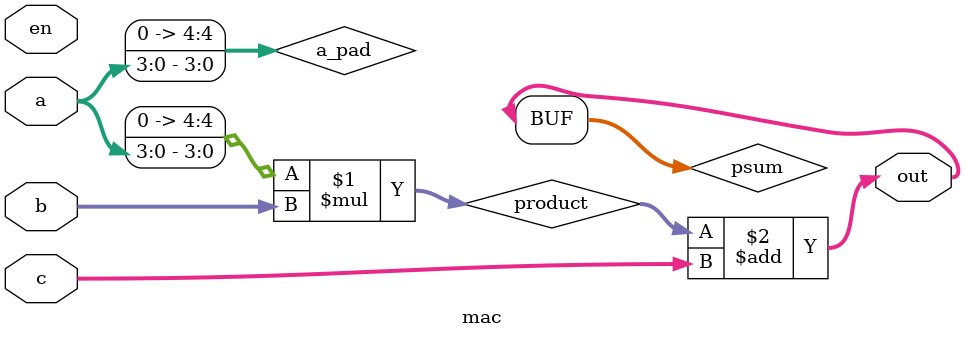
<source format=v>
module mac (out, a, b, c, en);

parameter bw = 4;
parameter psum_bw = 16;
 
input en;
output signed [psum_bw-1:0] out;
input signed  [bw-1:0] a;  // activation
input signed  [bw-1:0] b;  // weight
input signed  [psum_bw-1:0] c;


wire signed [2*bw:0] product;
wire signed [psum_bw-1:0] psum;
wire signed [bw:0]   a_pad;

assign a_pad = {1'b0, a}; // force to be unsigned number
assign product = a_pad * b;

assign psum = product + c;
assign out = psum;

endmodule
</source>
